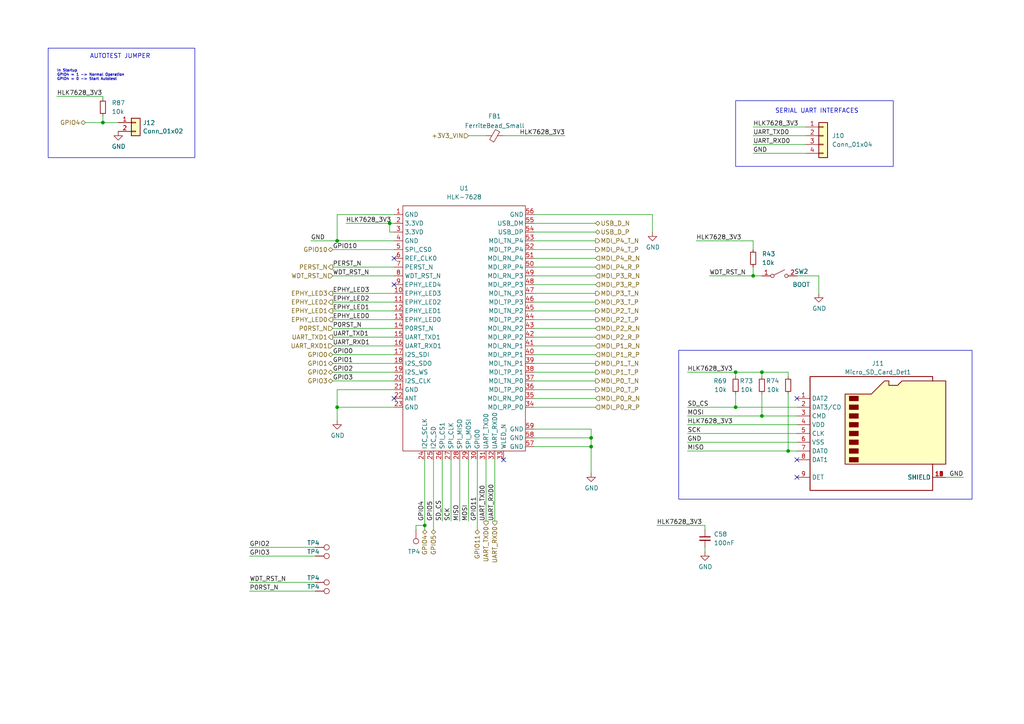
<source format=kicad_sch>
(kicad_sch (version 20230121) (generator eeschema)
  (paper "A4")
  (lib_symbols
    (symbol "Connector:Micro_SD_Card_Det1"
      (property "Reference" "J11" (at 0.635 20.32 0))
      (property "Value" "Micro_SD_Card_Det1" (at 0.635 17.78 0))
      (symbol "Micro_SD_Card_Det1_0_1"
        (rectangle (start -7.62 -6.985) (end -5.08 -8.255) (stroke (width 0.254)) (fill (type outline)))
        (rectangle (start -7.62 -4.445) (end -5.08 -5.715) (stroke (width 0.254)) (fill (type outline)))
        (rectangle (start -7.62 -1.905) (end -5.08 -3.175) (stroke (width 0.254)) (fill (type outline)))
        (rectangle (start -7.62 0.635) (end -5.08 -0.635) (stroke (width 0.254)) (fill (type outline)))
        (rectangle (start -7.62 3.175) (end -5.08 1.905) (stroke (width 0.254)) (fill (type outline)))
        (rectangle (start -7.62 5.715) (end -5.08 4.445) (stroke (width 0.254)) (fill (type outline)))
        (rectangle (start -7.62 8.255) (end -5.08 6.985) (stroke (width 0.254)) (fill (type outline)))
        (rectangle (start -7.62 10.795) (end -5.08 9.525) (stroke (width 0.254)) (fill (type outline)))
        (polyline (pts (xy 16.51 15.24) (xy 16.51 16.51) (xy -19.05 16.51) (xy -19.05 -16.51) (xy 16.51 -16.51) (xy 16.51 -8.89)) (stroke (width 0.254)))
        (polyline (pts (xy -8.89 -8.89) (xy -8.89 11.43) (xy -1.27 11.43) (xy 2.54 15.24) (xy 3.81 15.24) (xy 3.81 13.97) (xy 6.35 13.97) (xy 7.62 15.24) (xy 20.32 15.24) (xy 20.32 -8.89) (xy -8.89 -8.89)) (stroke (width 0.254)) (fill (type background)))
      )
      (symbol "Micro_SD_Card_Det1_1_1"
        (pin bidirectional line (at -22.86 10.16 0) (length 3.81) (name "DAT2") (number "1"))
        (pin passive line (at 20.32 -12.7 180) (length 3.81) (name "SHIELD") (number "10"))
        (pin passive line (at 20.32 -12.7 180) (length 3.81) (name "SHIELD") (number "11"))
        (pin passive line (at 20.32 -12.7 180) (length 3.81) (name "SHIELD") (number "12"))
        (pin passive line (at 20.32 -12.7 180) (length 3.81) (name "SHIELD") (number "13"))
        (pin passive line (at 20.32 -12.7 180) (length 3.81) (name "SHIELD") (number "14"))
        (pin passive line (at 20.32 -12.7 180) (length 3.81) (name "SHIELD") (number "15"))
        (pin bidirectional line (at -22.86 7.62 0) (length 3.81) (name "DAT3/CD") (number "2"))
        (pin input line (at -22.86 5.08 0) (length 3.81) (name "CMD") (number "3"))
        (pin power_in line (at -22.86 2.54 0) (length 3.81) (name "VDD") (number "4"))
        (pin input line (at -22.86 0 0) (length 3.81) (name "CLK") (number "5"))
        (pin power_in line (at -22.86 -2.54 0) (length 3.81) (name "VSS") (number "6"))
        (pin bidirectional line (at -22.86 -5.08 0) (length 3.81) (name "DAT0") (number "7"))
        (pin bidirectional line (at -22.86 -7.62 0) (length 3.81) (name "DAT1") (number "8"))
        (pin passive line (at -22.86 -12.7 0) (length 3.81) (name "DET") (number "9"))
      )
    )
    (symbol "Connector:TestPoint" (pin_numbers hide) (pin_names (offset 0.762) hide)
      (property "Reference" "TP" (at 0 6.858 0))
      (property "Value" "TestPoint" (at 0 5.08 0))
      (symbol "TestPoint_0_1"
        (circle (center 0 3.302) (radius 0.762))
      )
      (symbol "TestPoint_1_1"
        (pin passive line (at 0 0 90) (length 2.54) (name "1") (number "1"))
      )
    )
    (symbol "Connector_Generic:Conn_01x02" (pin_names (offset 1.016) hide)
      (property "Reference" "J" (at 0 2.54 0))
      (property "Value" "Conn_01x02" (at 0 -5.08 0))
      (symbol "Conn_01x02_1_1"
        (rectangle (start -1.27 -2.413) (end 0 -2.667) (stroke (width 0.1524)))
        (rectangle (start -1.27 0.127) (end 0 -0.127) (stroke (width 0.1524)))
        (rectangle (start -1.27 1.27) (end 1.27 -3.81) (stroke (width 0.254)) (fill (type background)))
        (pin passive line (at -5.08 0 0) (length 3.81) (name "Pin_1") (number "1"))
        (pin passive line (at -5.08 -2.54 0) (length 3.81) (name "Pin_2") (number "2"))
      )
    )
    (symbol "Connector_Generic:Conn_01x04" (pin_names (offset 1.016) hide)
      (property "Reference" "J" (at 0 5.08 0))
      (property "Value" "Conn_01x04" (at 0 -7.62 0))
      (symbol "Conn_01x04_1_1"
        (rectangle (start -1.27 -4.953) (end 0 -5.207) (stroke (width 0.1524)))
        (rectangle (start -1.27 -2.413) (end 0 -2.667) (stroke (width 0.1524)))
        (rectangle (start -1.27 0.127) (end 0 -0.127) (stroke (width 0.1524)))
        (rectangle (start -1.27 2.667) (end 0 2.413) (stroke (width 0.1524)))
        (rectangle (start -1.27 3.81) (end 1.27 -6.35) (stroke (width 0.254)) (fill (type background)))
        (pin passive line (at -5.08 2.54 0) (length 3.81) (name "Pin_1") (number "1"))
        (pin passive line (at -5.08 0 0) (length 3.81) (name "Pin_2") (number "2"))
        (pin passive line (at -5.08 -2.54 0) (length 3.81) (name "Pin_3") (number "3"))
        (pin passive line (at -5.08 -5.08 0) (length 3.81) (name "Pin_4") (number "4"))
      )
    )
    (symbol "Device:C_Small" (pin_numbers hide) (pin_names (offset 0.254) hide)
      (property "Reference" "C" (at 0.254 1.778 0))
      (property "Value" "C_Small" (at 0.254 -2.032 0))
      (symbol "C_Small_0_1"
        (polyline (pts (xy -1.524 -0.508) (xy 1.524 -0.508)) (stroke (width 0.3302)))
        (polyline (pts (xy -1.524 0.508) (xy 1.524 0.508)) (stroke (width 0.3048)))
      )
      (symbol "C_Small_1_1"
        (pin passive line (at 0 2.54 270) (length 2.032) (name "~") (number "1"))
        (pin passive line (at 0 -2.54 90) (length 2.032) (name "~") (number "2"))
      )
    )
    (symbol "Device:FerriteBead_Small" (pin_numbers hide) (pin_names (offset 0))
      (property "Reference" "FB" (at 1.905 1.27 0))
      (property "Value" "FerriteBead_Small" (at 1.905 -1.27 0))
      (symbol "FerriteBead_Small_0_1"
        (polyline (pts (xy 0 -1.27) (xy 0 -0.7874)))
        (polyline (pts (xy 0 0.889) (xy 0 1.2954)))
        (polyline (pts (xy -1.8288 0.2794) (xy -1.1176 1.4986) (xy 1.8288 -0.2032) (xy 1.1176 -1.4224) (xy -1.8288 0.2794)))
      )
      (symbol "FerriteBead_Small_1_1"
        (pin passive line (at 0 2.54 270) (length 1.27) (name "~") (number "1"))
        (pin passive line (at 0 -2.54 90) (length 1.27) (name "~") (number "2"))
      )
    )
    (symbol "Device:R_Small" (pin_numbers hide) (pin_names (offset 0.254) hide)
      (property "Reference" "R" (at 0.762 0.508 0))
      (property "Value" "R_Small" (at 0.762 -1.016 0))
      (symbol "R_Small_0_1"
        (rectangle (start -0.762 1.778) (end 0.762 -1.778) (stroke (width 0.2032)))
      )
      (symbol "R_Small_1_1"
        (pin passive line (at 0 2.54 270) (length 0.762) (name "~") (number "1"))
        (pin passive line (at 0 -2.54 90) (length 0.762) (name "~") (number "2"))
      )
    )
    (symbol "gabriel:HLK-7628"
      (property "Reference" "U" (at 0 1.27 0))
      (property "Value" "HLK-7628" (at 0 -2.54 0))
      (symbol "HLK-7628_0_1"
        (rectangle (start -17.78 0) (end 17.78 -71.12))
      )
      (symbol "HLK-7628_1_1"
        (pin passive line (at -20.32 -2.54 0) (length 2.54) (name "GND") (number "1"))
        (pin bidirectional line (at -20.32 -25.4 0) (length 2.54) (name "EPHY_LED3") (number "10"))
        (pin bidirectional line (at -20.32 -27.94 0) (length 2.54) (name "EPHY_LED2") (number "11"))
        (pin bidirectional line (at -20.32 -30.48 0) (length 2.54) (name "EPHY_LED1") (number "12"))
        (pin bidirectional line (at -20.32 -33.02 0) (length 2.54) (name "EPHY_LED0") (number "13"))
        (pin bidirectional line (at -20.32 -35.56 0) (length 2.54) (name "P0RST_N") (number "14"))
        (pin output line (at -20.32 -38.1 0) (length 2.54) (name "UART_TXD1") (number "15"))
        (pin input line (at -20.32 -40.64 0) (length 2.54) (name "UART_RXD1") (number "16"))
        (pin bidirectional line (at -20.32 -43.18 0) (length 2.54) (name "I2S_SDI") (number "17"))
        (pin bidirectional line (at -20.32 -45.72 0) (length 2.54) (name "I2S_SDO") (number "18"))
        (pin bidirectional line (at -20.32 -48.26 0) (length 2.54) (name "I2S_WS") (number "19"))
        (pin power_in line (at -20.32 -5.08 0) (length 2.54) (name "3.3VD") (number "2"))
        (pin bidirectional line (at -20.32 -50.8 0) (length 2.54) (name "I2S_CLK") (number "20"))
        (pin passive line (at -20.32 -53.34 0) (length 2.54) (name "GND") (number "21"))
        (pin passive line (at -20.32 -55.88 0) (length 2.54) (name "ANT") (number "22"))
        (pin passive line (at -20.32 -58.42 0) (length 2.54) (name "GND") (number "23"))
        (pin bidirectional line (at -11.43 -73.66 90) (length 2.54) (name "I2C_SCLK") (number "24"))
        (pin bidirectional line (at -8.89 -73.66 90) (length 2.54) (name "I2C_SD") (number "25"))
        (pin bidirectional line (at -6.35 -73.66 90) (length 2.54) (name "SPI_CS1") (number "26"))
        (pin bidirectional line (at -3.81 -73.66 90) (length 2.54) (name "SPI_CLK") (number "27"))
        (pin bidirectional line (at -1.27 -73.66 90) (length 2.54) (name "SPI_MISO") (number "28"))
        (pin bidirectional line (at 1.27 -73.66 90) (length 2.54) (name "SPI_MOSI") (number "29"))
        (pin power_in line (at -20.32 -7.62 0) (length 2.54) (name "3.3VD") (number "3"))
        (pin bidirectional line (at 3.81 -73.66 90) (length 2.54) (name "GPIO0") (number "30"))
        (pin output line (at 6.35 -73.66 90) (length 2.54) (name "UART_TXD0") (number "31"))
        (pin input line (at 8.89 -73.66 90) (length 2.54) (name "UART_RXD0") (number "32"))
        (pin bidirectional line (at 11.43 -73.66 90) (length 2.54) (name "WLED_N") (number "33"))
        (pin bidirectional line (at 20.32 -58.42 180) (length 2.54) (name "MDI_RP_P0") (number "34"))
        (pin bidirectional line (at 20.32 -55.88 180) (length 2.54) (name "MDI_RN_P0") (number "35"))
        (pin bidirectional line (at 20.32 -53.34 180) (length 2.54) (name "MDI_TP_P0") (number "36"))
        (pin bidirectional line (at 20.32 -50.8 180) (length 2.54) (name "MDI_TN_P0") (number "37"))
        (pin bidirectional line (at 20.32 -48.26 180) (length 2.54) (name "MDI_TP_P1") (number "38"))
        (pin bidirectional line (at 20.32 -45.72 180) (length 2.54) (name "MDI_TN_P1") (number "39"))
        (pin passive line (at -20.32 -10.16 0) (length 2.54) (name "GND") (number "4"))
        (pin bidirectional line (at 20.32 -43.18 180) (length 2.54) (name "MDI_RP_P1") (number "40"))
        (pin bidirectional line (at 20.32 -40.64 180) (length 2.54) (name "MDI_RN_P1") (number "41"))
        (pin bidirectional line (at 20.32 -38.1 180) (length 2.54) (name "MDI_RP_P2") (number "42"))
        (pin bidirectional line (at 20.32 -35.56 180) (length 2.54) (name "MDI_RN_P2") (number "43"))
        (pin bidirectional line (at 20.32 -33.02 180) (length 2.54) (name "MDI_TP_P2") (number "44"))
        (pin bidirectional line (at 20.32 -30.48 180) (length 2.54) (name "MDI_TN_P2") (number "45"))
        (pin bidirectional line (at 20.32 -27.94 180) (length 2.54) (name "MDI_TP_P3") (number "46"))
        (pin bidirectional line (at 20.32 -25.4 180) (length 2.54) (name "MDI_TN_P3") (number "47"))
        (pin bidirectional line (at 20.32 -22.86 180) (length 2.54) (name "MDI_RP_P3") (number "48"))
        (pin bidirectional line (at 20.32 -20.32 180) (length 2.54) (name "MDI_RN_P3") (number "49"))
        (pin bidirectional line (at -20.32 -12.7 0) (length 2.54) (name "SPI_CS0") (number "5"))
        (pin bidirectional line (at 20.32 -17.78 180) (length 2.54) (name "MDI_RP_P4") (number "50"))
        (pin bidirectional line (at 20.32 -15.24 180) (length 2.54) (name "MDI_RN_P4") (number "51"))
        (pin bidirectional line (at 20.32 -12.7 180) (length 2.54) (name "MDI_TP_P4") (number "52"))
        (pin bidirectional line (at 20.32 -10.16 180) (length 2.54) (name "MDI_TN_P4") (number "53"))
        (pin bidirectional line (at 20.32 -7.62 180) (length 2.54) (name "USB_DP") (number "54"))
        (pin bidirectional line (at 20.32 -5.08 180) (length 2.54) (name "USB_DM") (number "55"))
        (pin passive line (at 20.32 -2.54 180) (length 2.54) (name "GND") (number "56"))
        (pin passive line (at 20.32 -69.85 180) (length 2.54) (name "GND") (number "57"))
        (pin passive line (at 20.32 -67.31 180) (length 2.54) (name "GND") (number "58"))
        (pin passive line (at 20.32 -64.77 180) (length 2.54) (name "GND") (number "59"))
        (pin bidirectional line (at -20.32 -15.24 0) (length 2.54) (name "REF_CLK0") (number "6"))
        (pin bidirectional line (at -20.32 -17.78 0) (length 2.54) (name "PERST_N") (number "7"))
        (pin bidirectional line (at -20.32 -20.32 0) (length 2.54) (name "WDT_RST_N") (number "8"))
        (pin bidirectional line (at -20.32 -22.86 0) (length 2.54) (name "EPHY_LED4") (number "9"))
      )
    )
    (symbol "power:GND" (power) (pin_names (offset 0))
      (property "Value" "GND" (at 0 -3.81 0))
      (symbol "GND_0_1"
        (polyline (pts (xy 0 0) (xy 0 -1.27) (xy 1.27 -1.27) (xy 0 -2.54) (xy -1.27 -1.27) (xy 0 -1.27)))
      )
      (symbol "GND_1_1"
        (pin power_in line (at 0 0 270) (length 0) hide (name "GND") (number "1"))
      )
    )
    (symbol "switches:SW_SPST" (pin_names (offset 0) hide)
      (property "Reference" "SW" (at 0 3.175 0))
      (property "Value" "SW_SPST" (at 0 -2.54 0))
      (symbol "SW_SPST_0_0"
        (circle (center -2.032 0) (radius 0.508))
        (polyline (pts (xy -1.524 0.254) (xy 1.524 1.778)))
        (circle (center 2.032 0) (radius 0.508))
      )
      (symbol "SW_SPST_1_1"
        (pin passive line (at -5.08 0 0) (length 2.54) (name "A") (number "1"))
        (pin passive line (at 5.08 0 180) (length 2.54) (name "B") (number "2"))
      )
    )
  )
  (junction (at 171.45 127))
  (junction (at 97.79 69.85))
  (junction (at 97.79 118.11))
  (junction (at 228.6 130.81))
  (junction (at 113.03 64.77))
  (junction (at 218.44 80.01))
  (junction (at 220.98 120.65))
  (junction (at 171.45 129.54))
  (junction (at 123.19 152.4))
  (junction (at 213.36 118.11))
  (junction (at 29.845 35.56))
  (junction (at 220.98 107.95))
  (junction (at 213.36 107.95))
  (no_connect (at 114.3 74.93))
  (no_connect (at 114.3 115.57))
  (no_connect (at 146.05 133.35))
  (no_connect (at 231.14 133.35))
  (no_connect (at 231.14 115.57))
  (no_connect (at 231.14 138.43))
  (no_connect (at 114.3 82.55))
  (wire (pts (xy 97.79 118.11) (xy 97.79 113.03)))
  (wire (pts (xy 213.36 114.3) (xy 213.36 118.11)))
  (wire (pts (xy 154.94 124.46) (xy 171.45 124.46)))
  (wire (pts (xy 199.39 130.81) (xy 228.6 130.81)))
  (wire (pts (xy 123.19 152.4) (xy 123.19 153.67)))
  (wire (pts (xy 213.36 107.95) (xy 220.98 107.95)))
  (wire (pts (xy 130.81 151.13) (xy 130.81 133.35)))
  (wire (pts (xy 96.52 85.09) (xy 114.3 85.09)))
  (wire (pts (xy 97.79 121.92) (xy 97.79 118.11)))
  (wire (pts (xy 205.74 80.01) (xy 218.44 80.01)))
  (wire (pts (xy 220.98 107.95) (xy 220.98 109.22)))
  (wire (pts (xy 154.94 74.93) (xy 172.72 74.93)))
  (wire (pts (xy 140.97 151.13) (xy 140.97 133.35)))
  (wire (pts (xy 133.35 151.13) (xy 133.35 133.35)))
  (wire (pts (xy 154.94 113.03) (xy 172.72 113.03)))
  (wire (pts (xy 220.98 114.3) (xy 220.98 120.65)))
  (wire (pts (xy 97.79 113.03) (xy 114.3 113.03)))
  (wire (pts (xy 96.52 77.47) (xy 114.3 77.47)))
  (wire (pts (xy 154.94 62.23) (xy 189.23 62.23)))
  (wire (pts (xy 29.845 35.56) (xy 34.29 35.56)))
  (wire (pts (xy 96.52 87.63) (xy 114.3 87.63)))
  (wire (pts (xy 171.45 129.54) (xy 171.45 137.16)))
  (wire (pts (xy 96.52 107.95) (xy 114.3 107.95)))
  (wire (pts (xy 96.52 110.49) (xy 114.3 110.49)))
  (wire (pts (xy 154.94 100.33) (xy 172.72 100.33)))
  (wire (pts (xy 135.89 151.13) (xy 135.89 133.35)))
  (wire (pts (xy 213.36 107.95) (xy 213.36 109.22)))
  (wire (pts (xy 113.03 64.77) (xy 114.3 64.77)))
  (wire (pts (xy 100.33 64.77) (xy 113.03 64.77)))
  (wire (pts (xy 72.39 168.91) (xy 91.44 168.91)))
  (wire (pts (xy 237.49 85.09) (xy 237.49 80.01)))
  (wire (pts (xy 135.89 39.37) (xy 140.97 39.37)))
  (wire (pts (xy 114.3 62.23) (xy 97.79 62.23)))
  (wire (pts (xy 213.36 118.11) (xy 231.14 118.11)))
  (wire (pts (xy 97.79 118.11) (xy 114.3 118.11)))
  (wire (pts (xy 29.845 33.655) (xy 29.845 35.56)))
  (wire (pts (xy 154.94 95.25) (xy 172.72 95.25)))
  (wire (pts (xy 125.73 133.35) (xy 125.73 153.67)))
  (wire (pts (xy 154.94 72.39) (xy 172.72 72.39)))
  (wire (pts (xy 218.44 80.01) (xy 220.98 80.01)))
  (wire (pts (xy 154.94 67.31) (xy 172.72 67.31)))
  (wire (pts (xy 97.79 62.23) (xy 97.79 69.85)))
  (wire (pts (xy 228.6 114.3) (xy 228.6 130.81)))
  (wire (pts (xy 154.94 127) (xy 171.45 127)))
  (wire (pts (xy 154.94 102.87) (xy 172.72 102.87)))
  (wire (pts (xy 29.845 27.94) (xy 16.51 27.94)))
  (wire (pts (xy 204.47 158.75) (xy 204.47 160.02)))
  (wire (pts (xy 154.94 92.71) (xy 172.72 92.71)))
  (wire (pts (xy 113.03 67.31) (xy 114.3 67.31)))
  (wire (pts (xy 218.44 44.45) (xy 233.68 44.45)))
  (wire (pts (xy 218.44 77.47) (xy 218.44 80.01)))
  (wire (pts (xy 96.52 80.01) (xy 114.3 80.01)))
  (wire (pts (xy 154.94 110.49) (xy 172.72 110.49)))
  (wire (pts (xy 154.94 90.17) (xy 172.72 90.17)))
  (wire (pts (xy 154.94 80.01) (xy 172.72 80.01)))
  (wire (pts (xy 154.94 85.09) (xy 172.72 85.09)))
  (wire (pts (xy 204.47 153.67) (xy 204.47 152.4)))
  (wire (pts (xy 113.03 64.77) (xy 113.03 67.31)))
  (wire (pts (xy 218.44 41.91) (xy 233.68 41.91)))
  (wire (pts (xy 96.52 95.25) (xy 114.3 95.25)))
  (wire (pts (xy 237.49 80.01) (xy 231.14 80.01)))
  (wire (pts (xy 120.65 153.67) (xy 120.65 152.4)))
  (wire (pts (xy 96.52 100.33) (xy 114.3 100.33)))
  (wire (pts (xy 199.39 120.65) (xy 220.98 120.65)))
  (wire (pts (xy 154.94 77.47) (xy 172.72 77.47)))
  (wire (pts (xy 96.52 102.87) (xy 114.3 102.87)))
  (wire (pts (xy 24.765 35.56) (xy 29.845 35.56)))
  (wire (pts (xy 220.98 120.65) (xy 231.14 120.65)))
  (wire (pts (xy 90.17 69.85) (xy 97.79 69.85)))
  (wire (pts (xy 279.4 138.43) (xy 274.32 138.43)))
  (wire (pts (xy 220.98 107.95) (xy 228.6 107.95)))
  (wire (pts (xy 96.52 105.41) (xy 114.3 105.41)))
  (wire (pts (xy 218.44 39.37) (xy 233.68 39.37)))
  (wire (pts (xy 189.23 67.31) (xy 189.23 62.23)))
  (wire (pts (xy 154.94 115.57) (xy 172.72 115.57)))
  (wire (pts (xy 123.19 133.35) (xy 123.19 152.4)))
  (wire (pts (xy 218.44 69.85) (xy 218.44 72.39)))
  (wire (pts (xy 96.52 97.79) (xy 114.3 97.79)))
  (wire (pts (xy 138.43 133.35) (xy 138.43 153.67)))
  (wire (pts (xy 199.39 125.73) (xy 231.14 125.73)))
  (wire (pts (xy 154.94 69.85) (xy 172.72 69.85)))
  (wire (pts (xy 154.94 105.41) (xy 172.72 105.41)))
  (wire (pts (xy 199.39 107.95) (xy 213.36 107.95)))
  (wire (pts (xy 143.51 151.13) (xy 143.51 133.35)))
  (wire (pts (xy 218.44 36.83) (xy 233.68 36.83)))
  (wire (pts (xy 154.94 107.95) (xy 172.72 107.95)))
  (wire (pts (xy 72.39 158.75) (xy 91.44 158.75)))
  (wire (pts (xy 114.3 69.85) (xy 97.79 69.85)))
  (wire (pts (xy 29.845 28.575) (xy 29.845 27.94)))
  (wire (pts (xy 72.39 171.45) (xy 91.44 171.45)))
  (wire (pts (xy 154.94 97.79) (xy 172.72 97.79)))
  (wire (pts (xy 128.27 151.13) (xy 128.27 133.35)))
  (wire (pts (xy 204.47 152.4) (xy 190.5 152.4)))
  (wire (pts (xy 199.39 118.11) (xy 213.36 118.11)))
  (wire (pts (xy 120.65 152.4) (xy 123.19 152.4)))
  (wire (pts (xy 201.93 69.85) (xy 218.44 69.85)))
  (wire (pts (xy 171.45 129.54) (xy 171.45 127)))
  (wire (pts (xy 96.52 72.39) (xy 114.3 72.39)))
  (wire (pts (xy 154.94 129.54) (xy 171.45 129.54)))
  (wire (pts (xy 228.6 130.81) (xy 231.14 130.81)))
  (wire (pts (xy 96.52 92.71) (xy 114.3 92.71)))
  (wire (pts (xy 154.94 118.11) (xy 172.72 118.11)))
  (wire (pts (xy 72.39 161.29) (xy 91.44 161.29)))
  (wire (pts (xy 171.45 127) (xy 171.45 124.46)))
  (wire (pts (xy 96.52 90.17) (xy 114.3 90.17)))
  (wire (pts (xy 228.6 107.95) (xy 228.6 109.22)))
  (wire (pts (xy 154.94 87.63) (xy 172.72 87.63)))
  (wire (pts (xy 199.39 128.27) (xy 231.14 128.27)))
  (wire (pts (xy 199.39 123.19) (xy 231.14 123.19)))
  (wire (pts (xy 163.83 39.37) (xy 146.05 39.37)))
  (wire (pts (xy 154.94 64.77) (xy 172.72 64.77)))
  (wire (pts (xy 154.94 82.55) (xy 172.72 82.55)))
  (rectangle (start 196.85 101.6) (end 281.94 144.78))
  (rectangle (start 13.97 13.97) (end 56.515 45.72))
  (rectangle (start 213.36 29.21) (end 259.08 48.26))
  (text "SERIAL UART INTERFACES" (at 224.79 33.02 0) (effects (font (size 1.27 1.27)) (justify left bottom)))
  (text "AUTOTEST JUMPER" (at 26.035 17.145 0) (effects (font (size 1.27 1.27)) (justify left bottom)))
  (text "In Startup\nGPIO4 = 1 -> Normal Operation\nGPIO4 = 0 -> Start Autotest" (at 16.51 23.495 0) (effects (font (size 0.762 0.762)) (justify left bottom)))
  (label "UART_TXD1" (at 96.52 97.79 0))
  (label "HLK7628_3V3" (at 199.39 107.95 0))
  (label "GND" (at 199.39 128.27 0))
  (label "HLK7628_3V3" (at 201.93 69.85 0))
  (label "P0RST_N" (at 96.52 95.25 0))
  (label "WDT_RST_N" (at 72.39 168.91 0))
  (label "GPIO10" (at 96.52 72.39 0))
  (label "MOSI" (at 199.39 120.65 0))
  (label "GPIO1" (at 96.52 105.41 0))
  (label "HLK7628_3V3" (at 190.5 152.4 0))
  (label "GPIO5" (at 125.73 151.13 90))
  (label "MISO" (at 199.39 130.81 0))
  (label "GPIO3" (at 72.39 161.29 0))
  (label "EPHY_LED2" (at 96.52 87.63 0))
  (label "SD_CS" (at 128.27 151.13 90))
  (label "HLK7628_3V3" (at 163.83 39.37 180))
  (label "UART_TXD0" (at 218.44 39.37 0))
  (label "UART_RXD1" (at 96.52 100.33 0))
  (label "WDT_RST_N" (at 96.52 80.01 0))
  (label "EPHY_LED0" (at 96.52 92.71 0))
  (label "GND" (at 90.17 69.85 0))
  (label "EPHY_LED1" (at 96.52 90.17 0))
  (label "UART_TXD0" (at 140.97 151.13 90))
  (label "HLK7628_3V3" (at 16.51 27.94 0))
  (label "SCK" (at 130.81 151.13 90))
  (label "EPHY_LED3" (at 96.52 85.09 0))
  (label "GND" (at 218.44 44.45 0))
  (label "GND" (at 279.4 138.43 180))
  (label "HLK7628_3V3" (at 218.44 36.83 0))
  (label "GPIO2" (at 72.39 158.75 0))
  (label "GPIO2" (at 96.52 107.95 0))
  (label "PERST_N" (at 96.52 77.47 0))
  (label "HLK7628_3V3" (at 100.33 64.77 0))
  (label "P0RST_N" (at 72.39 171.45 0))
  (label "SD_CS" (at 199.39 118.11 0))
  (label "SCK" (at 199.39 125.73 0))
  (label "GPIO0" (at 96.52 102.87 0))
  (label "GPIO11" (at 138.43 151.13 90))
  (label "UART_RXD0" (at 143.51 151.13 90))
  (label "MOSI" (at 135.89 151.13 90))
  (label "UART_RXD0" (at 218.44 41.91 0))
  (label "HLK7628_3V3" (at 199.39 123.19 0))
  (label "MISO" (at 133.35 151.13 90))
  (label "GPIO3" (at 96.52 110.49 0))
  (label "GPIO4" (at 123.19 151.13 90))
  (label "WDT_RST_N" (at 205.74 80.01 0))
  (hierarchical_label "MDI_P2_R_P" (shape input) (at 172.72 97.79 0))
  (hierarchical_label "P0RST_N" (shape input) (at 96.52 95.25 180))
  (hierarchical_label "MDI_P1_R_P" (shape input) (at 172.72 102.87 0))
  (hierarchical_label "MDI_P4_T_N" (shape output) (at 172.72 69.85 0))
  (hierarchical_label "MDI_P0_R_N" (shape input) (at 172.72 115.57 0))
  (hierarchical_label "+3V3_VIN" (shape input) (at 135.89 39.37 180))
  (hierarchical_label "MDI_P0_R_P" (shape input) (at 172.72 118.11 0))
  (hierarchical_label "EPHY_LED0" (shape output) (at 96.52 92.71 180))
  (hierarchical_label "MDI_P3_R_P" (shape input) (at 172.72 82.55 0))
  (hierarchical_label "GPIO11" (shape bidirectional) (at 138.43 153.67 270))
  (hierarchical_label "MDI_P2_T_P" (shape output) (at 172.72 92.71 0))
  (hierarchical_label "USB_D_N" (shape bidirectional) (at 172.72 64.77 0))
  (hierarchical_label "GPIO4" (shape bidirectional) (at 24.765 35.56 180))
  (hierarchical_label "MDI_P2_T_N" (shape output) (at 172.72 90.17 0))
  (hierarchical_label "MDI_P3_T_P" (shape output) (at 172.72 87.63 0))
  (hierarchical_label "MDI_P3_T_N" (shape output) (at 172.72 85.09 0))
  (hierarchical_label "GPIO5" (shape bidirectional) (at 125.73 153.67 270))
  (hierarchical_label "MDI_P3_R_N" (shape input) (at 172.72 80.01 0))
  (hierarchical_label "MDI_P1_R_N" (shape input) (at 172.72 100.33 0))
  (hierarchical_label "MDI_P1_T_P" (shape output) (at 172.72 107.95 0))
  (hierarchical_label "UART_RXD1" (shape input) (at 96.52 100.33 180))
  (hierarchical_label "GPIO4" (shape bidirectional) (at 123.19 153.67 270))
  (hierarchical_label "USB_D_P" (shape bidirectional) (at 172.72 67.31 0))
  (hierarchical_label "PERST_N" (shape output) (at 96.52 77.47 180))
  (hierarchical_label "GPIO2" (shape bidirectional) (at 96.52 107.95 180))
  (hierarchical_label "GPIO0" (shape bidirectional) (at 96.52 102.87 180))
  (hierarchical_label "UART_TXD1" (shape output) (at 96.52 97.79 180))
  (hierarchical_label "EPHY_LED3" (shape output) (at 96.52 85.09 180))
  (hierarchical_label "UART_TXD0" (shape output) (at 140.97 151.13 270))
  (hierarchical_label "GPIO10" (shape bidirectional) (at 96.52 72.39 180))
  (hierarchical_label "EPHY_LED2" (shape output) (at 96.52 87.63 180))
  (hierarchical_label "MDI_P1_T_N" (shape output) (at 172.72 105.41 0))
  (hierarchical_label "EPHY_LED1" (shape output) (at 96.52 90.17 180))
  (hierarchical_label "WDT_RST_N" (shape input) (at 96.52 80.01 180))
  (hierarchical_label "MDI_P4_T_P" (shape output) (at 172.72 72.39 0))
  (hierarchical_label "MDI_P0_T_N" (shape output) (at 172.72 110.49 0))
  (hierarchical_label "MDI_P2_R_N" (shape input) (at 172.72 95.25 0))
  (hierarchical_label "MDI_P4_R_N" (shape input) (at 172.72 74.93 0))
  (hierarchical_label "GPIO1" (shape bidirectional) (at 96.52 105.41 180))
  (hierarchical_label "UART_RXD0" (shape output) (at 143.51 151.13 270))
  (hierarchical_label "MDI_P4_R_P" (shape input) (at 172.72 77.47 0))
  (hierarchical_label "MDI_P0_T_P" (shape output) (at 172.72 113.03 0))
  (hierarchical_label "GPIO3" (shape bidirectional) (at 96.52 110.49 180))
  (symbol (lib_id "Connector_Generic:Conn_01x02") (at 39.37 35.56 0) (unit 1)
    (property "Reference" "J12" (at 41.402 35.6179 0) (effects (justify left)))
    (property "Value" "Conn_01x02" (at 41.402 38.0421 0) (effects (justify left)))
    (property "Footprint" "Connector_PinHeader_2.54mm:PinHeader_1x02_P2.54mm_Vertical" (effects hide))
    (property "LCSC Part" "C492401" (effects hide))
  )
  (symbol (lib_id "Device:R_Small") (at 228.6 111.76 0) (mirror x) (unit 1)
    (property "Reference" "R74" (at 226.06 110.49 0) (effects (justify right)))
    (property "Value" "10k" (at 226.06 113.03 0) (effects (justify right)))
    (property "Footprint" "Resistor_SMD:R_0402_1005Metric" (effects hide))
  )
  (symbol (lib_id "power:GND") (at 237.49 85.09 0) (unit 1)
    (property "Reference" "#PWR027" (effects hide))
    (property "Value" "GND" (at 237.617 89.4842 0))
    (instances (project "nervosinho_rev2.4" (path "" (reference "#PWR027") (unit 1)) (path "" (reference "#PWR051") (unit 1))))
  )
  (symbol (lib_id "Device:R_Small") (at 29.845 31.115 180) (unit 1)
    (property "Reference" "R87" (at 32.385 29.845 0) (effects (justify right)))
    (property "Value" "10k" (at 32.385 32.385 0) (effects (justify right)))
    (property "Footprint" "Resistor_SMD:R_0402_1005Metric" (effects hide))
  )
  (symbol (lib_id "gabriel:HLK-7628") (at 134.62 59.69 0) (unit 1)
    (property "Reference" "U1" (at 134.62 54.61 0))
    (property "Value" "HLK-7628" (at 134.62 57.15 0))
    (property "Footprint" "Gabriel:HLK-7628" (effects hide))
  )
  (symbol (lib_id "Connector:TestPoint") (at 91.44 171.45 270) (mirror x) (unit 1)
    (property "Reference" "TP4" (at 92.71 170.18 90) (effects (justify right)))
    (property "Value" "TestPoint" (effects hide))
    (property "Footprint" "TestPoint:TestPoint_Pad_D1.0mm" (effects hide))
    (instances (project "nervosinho_rev2.4" (path "" (reference "TP4") (unit 1)) (path "" (reference "TP14") (unit 1))))
  )
  (symbol (lib_id "Device:C_Small") (at 204.47 156.21 0) (unit 1)
    (property "Reference" "C58" (at 207.01 154.9463 0) (effects (justify left)))
    (property "Value" "100nF" (at 207.01 157.4863 0) (effects (justify left)))
    (property "Footprint" "Capacitor_SMD:C_0402_1005Metric" (effects hide))
  )
  (symbol (lib_id "power:GND") (at 171.45 137.16 0) (unit 1)
    (property "Reference" "#PWR0104" (effects hide))
    (property "Value" "GND" (at 171.577 141.5542 0))
    (instances (project "nervosinho_rev2.4" (path "" (reference "#PWR0104") (unit 1)) (path "" (reference "#PWR049") (unit 1))))
  )
  (symbol (lib_id "Device:FerriteBead_Small") (at 143.51 39.37 90) (unit 1)
    (property "Reference" "FB1" (at 143.4719 33.7017 90))
    (property "Value" "FerriteBead_Small" (at 143.4719 36.4768 90))
    (property "Footprint" "Inductor_SMD:L_0402_1005Metric" (effects hide))
    (property "Datasheet" "https://datasheet.lcsc.com/lcsc/1810311724_TDK-MPZ1005S100CT000_C275476.pdf" (effects hide))
    (property "LCSC Part" "C275476" (effects hide))
    (instances (project "nervosinho_rev2.4" (path "" (reference "FB1") (unit 1)) (path "" (reference "FB3") (unit 1)) (path "" (reference "FB5") (unit 1))))
  )
  (symbol (lib_id "Device:R_Small") (at 218.44 74.93 180) (unit 1)
    (property "Reference" "R43" (at 220.98 73.66 0) (effects (justify right)))
    (property "Value" "10k" (at 220.98 76.2 0) (effects (justify right)))
    (property "Footprint" "Resistor_SMD:R_0402_1005Metric" (effects hide))
  )
  (symbol (lib_id "Connector:TestPoint") (at 91.44 158.75 270) (mirror x) (unit 1)
    (property "Reference" "TP4" (at 92.71 157.48 90) (effects (justify right)))
    (property "Value" "TestPoint" (effects hide))
    (property "Footprint" "TestPoint:TestPoint_Pad_D1.0mm" (effects hide))
    (instances (project "nervosinho_rev2.4" (path "" (reference "TP4") (unit 1)) (path "" (reference "TP18") (unit 1))))
  )
  (symbol (lib_id "switches:SW_SPST") (at 226.06 80.01 0) (unit 1)
    (property "Reference" "SW2" (at 232.41 78.74 0))
    (property "Value" "BOOT" (at 232.41 82.55 0))
    (property "Footprint" "Button_Switch_SMD:SW_SPST_FSMSM" (effects hide))
    (property "OBS" "BOOT" (effects hide))
    (instances (project "nervosinho_rev2.4" (path "" (reference "SW2") (unit 1)) (path "" (reference "SW1") (unit 1))) (project "low_level" (path "" (reference "SW1") (unit 1))))
  )
  (symbol (lib_id "Connector_Generic:Conn_01x04") (at 238.76 39.37 0) (unit 1)
    (property "Reference" "J10" (at 241.3 39.37 0) (effects (justify left)))
    (property "Value" "Conn_01x04" (at 241.3 41.91 0) (effects (justify left)))
    (property "Footprint" "Connector_PinHeader_2.54mm:PinHeader_1x04_P2.54mm_Vertical" (effects hide))
    (instances (project "nervosinho_rev2.4" (path "" (reference "J10") (unit 1)) (path "" (reference "J9") (unit 1)) (path "" (reference "J11") (unit 1))))
  )
  (symbol (lib_id "Device:R_Small") (at 213.36 111.76 0) (mirror x) (unit 1)
    (property "Reference" "R69" (at 210.82 110.49 0) (effects (justify right)))
    (property "Value" "10k" (at 210.82 113.03 0) (effects (justify right)))
    (property "Footprint" "Resistor_SMD:R_0402_1005Metric" (effects hide))
  )
  (symbol (lib_id "Connector:TestPoint") (at 91.44 168.91 270) (mirror x) (unit 1)
    (property "Reference" "TP4" (at 92.71 167.64 90) (effects (justify right)))
    (property "Value" "WDRST" (effects hide))
    (property "Footprint" "TestPoint:TestPoint_Pad_D1.0mm" (effects hide))
    (instances (project "nervosinho_rev2.4" (path "" (reference "TP4") (unit 1)) (path "" (reference "TP13") (unit 1))))
  )
  (symbol (lib_id "Connector:Micro_SD_Card_Det1") (at 254 125.73 0) (unit 1)
    (property "Reference" "J11" (at 254.635 105.41 0))
    (property "Value" "Micro_SD_Card_Det1" (at 254.635 107.95 0))
    (property "Footprint" "footprints:CONN9_0185-02_GSW" (effects hide))
    (property "Datasheet" "https://datasheet.lcsc.com/lcsc/2110151630_XKB-Connectivity-XKTF-015-N_C381082.pdf" (effects hide))
    (instances (project "nervosinho_rev2.4" (path "" (reference "J11") (unit 1)) (path "" (reference "J5") (unit 1))))
  )
  (symbol (lib_id "Connector:TestPoint") (at 120.65 153.67 0) (mirror x) (unit 1)
    (property "Reference" "TP4" (at 121.92 160.02 0) (effects (justify right)))
    (property "Value" "BOOT" (effects hide))
    (property "Footprint" "TestPoint:TestPoint_Pad_D1.0mm" (effects hide))
    (instances (project "nervosinho_rev2.4" (path "" (reference "TP4") (unit 1)) (path "" (reference "TP7") (unit 1))))
  )
  (symbol (lib_id "power:GND") (at 97.79 121.92 0) (unit 1)
    (property "Reference" "#PWR0101" (effects hide))
    (property "Value" "GND" (at 97.917 126.3142 0))
    (instances (project "nervosinho_rev2.4" (path "" (reference "#PWR0101") (unit 1)) (path "" (reference "#PWR048") (unit 1))))
  )
  (symbol (lib_id "Connector:TestPoint") (at 91.44 161.29 270) (mirror x) (unit 1)
    (property "Reference" "TP4" (at 92.71 160.02 90) (effects (justify right)))
    (property "Value" "TestPoint" (effects hide))
    (property "Footprint" "TestPoint:TestPoint_Pad_D1.0mm" (effects hide))
    (instances (project "nervosinho_rev2.4" (path "" (reference "TP4") (unit 1)) (path "" (reference "TP15") (unit 1))))
  )
  (symbol (lib_id "Device:R_Small") (at 220.98 111.76 0) (mirror x) (unit 1)
    (property "Reference" "R73" (at 218.44 110.49 0) (effects (justify right)))
    (property "Value" "10k" (at 218.44 113.03 0) (effects (justify right)))
    (property "Footprint" "Resistor_SMD:R_0402_1005Metric" (effects hide))
  )
  (symbol (lib_id "power:GND") (at 204.47 160.02 0) (unit 1)
    (property "Reference" "#PWR0104" (effects hide))
    (property "Value" "GND" (at 204.597 164.4142 0))
    (instances (project "nervosinho_rev2.4" (path "" (reference "#PWR0104") (unit 1)) (path "" (reference "#PWR054") (unit 1))))
  )
  (symbol (lib_id "power:GND") (at 189.23 67.31 0) (unit 1)
    (property "Reference" "#PWR0103" (effects hide))
    (property "Value" "GND" (at 189.357 71.7042 0))
    (instances (project "nervosinho_rev2.4" (path "" (reference "#PWR0103") (unit 1)) (path "" (reference "#PWR050") (unit 1))))
  )
  (symbol (lib_id "power:GND") (at 34.29 38.1 0) (unit 1)
    (property "Reference" "#PWR027" (effects hide))
    (property "Value" "GND" (at 34.417 42.4942 0))
    (instances (project "nervosinho_rev2.4" (path "" (reference "#PWR027") (unit 1)) (path "" (reference "#PWR079") (unit 1))))
  )
)
</source>
